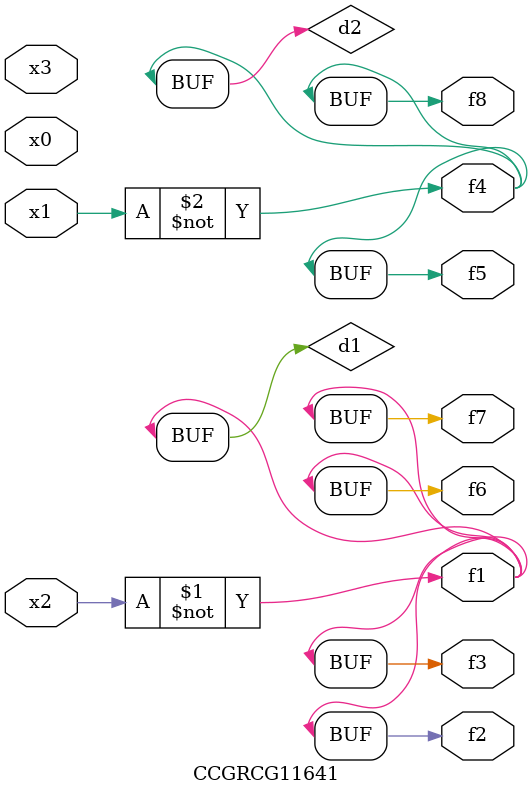
<source format=v>
module CCGRCG11641(
	input x0, x1, x2, x3,
	output f1, f2, f3, f4, f5, f6, f7, f8
);

	wire d1, d2;

	xnor (d1, x2);
	not (d2, x1);
	assign f1 = d1;
	assign f2 = d1;
	assign f3 = d1;
	assign f4 = d2;
	assign f5 = d2;
	assign f6 = d1;
	assign f7 = d1;
	assign f8 = d2;
endmodule

</source>
